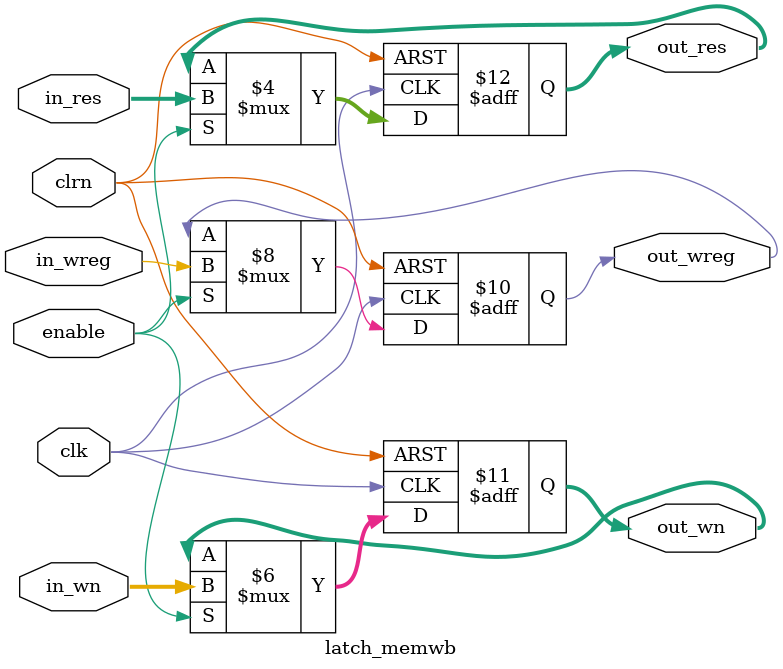
<source format=v>
module latch_memwb (clrn,clk,enable,
                    in_wreg,
                    in_wn,in_res,
                    out_wreg,
                    out_wn,out_res
                    );

input           enable,clk,clrn;
input           in_wreg;
input   [4:0]   in_wn;
input   [31:0]  in_res;

output           out_wreg;
output   [4:0]   out_wn;
output   [31:0]  out_res;

reg           out_wreg;
reg   [4:0]   out_wn;
reg   [31:0]  out_res;



always @(posedge clk or negedge clrn)         
begin           
    if (clrn == 0)               
    begin
        out_wreg<=0;
        out_wn<=0;
        out_res<=0;               
    end else  begin                 
        if (enable == 1)
        begin                    
        out_wreg <= in_wreg;
        out_wn   <= in_wn;
        out_res <= in_res;
        end
    end        
end

endmodule
</source>
